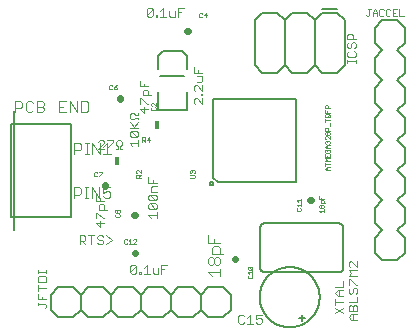
<source format=gto>
G75*
%MOIN*%
%OFA0B0*%
%FSLAX25Y25*%
%IPPOS*%
%LPD*%
%AMOC8*
5,1,8,0,0,1.08239X$1,22.5*
%
%ADD10C,0.00300*%
%ADD11C,0.00800*%
%ADD12C,0.00100*%
%ADD13C,0.00500*%
%ADD14C,0.02200*%
%ADD15R,0.01800X0.03000*%
%ADD16C,0.00200*%
%ADD17C,0.00600*%
D10*
X0016866Y0030850D02*
X0017350Y0031334D01*
X0017350Y0031817D01*
X0016866Y0032301D01*
X0014448Y0032301D01*
X0014448Y0031817D02*
X0014448Y0032785D01*
X0014448Y0033797D02*
X0014448Y0035731D01*
X0014448Y0036743D02*
X0014448Y0038678D01*
X0014448Y0037711D02*
X0017350Y0037711D01*
X0017350Y0039690D02*
X0017350Y0041141D01*
X0016866Y0041625D01*
X0014931Y0041625D01*
X0014448Y0041141D01*
X0014448Y0039690D01*
X0017350Y0039690D01*
X0017350Y0042636D02*
X0017350Y0043604D01*
X0017350Y0043120D02*
X0014448Y0043120D01*
X0014448Y0042636D02*
X0014448Y0043604D01*
X0015899Y0034764D02*
X0015899Y0033797D01*
X0017350Y0033797D02*
X0014448Y0033797D01*
X0028364Y0052250D02*
X0028364Y0055152D01*
X0029815Y0055152D01*
X0030299Y0054669D01*
X0030299Y0053701D01*
X0029815Y0053217D01*
X0028364Y0053217D01*
X0029331Y0053217D02*
X0030299Y0052250D01*
X0032278Y0052250D02*
X0032278Y0055152D01*
X0033245Y0055152D02*
X0031310Y0055152D01*
X0034257Y0054669D02*
X0034257Y0054185D01*
X0034741Y0053701D01*
X0035708Y0053701D01*
X0036192Y0053217D01*
X0036192Y0052734D01*
X0035708Y0052250D01*
X0034741Y0052250D01*
X0034257Y0052734D01*
X0034257Y0054669D02*
X0034741Y0055152D01*
X0035708Y0055152D01*
X0036192Y0054669D01*
X0037203Y0055152D02*
X0039138Y0053701D01*
X0037203Y0052250D01*
X0035199Y0057864D02*
X0035199Y0059799D01*
X0036166Y0060810D02*
X0036650Y0060810D01*
X0036166Y0060810D02*
X0034231Y0062745D01*
X0033748Y0062745D01*
X0033748Y0060810D01*
X0033748Y0059315D02*
X0035199Y0057864D01*
X0036650Y0059315D02*
X0033748Y0059315D01*
X0034715Y0063757D02*
X0034715Y0065208D01*
X0035199Y0065692D01*
X0036166Y0065692D01*
X0036650Y0065208D01*
X0036650Y0063757D01*
X0037617Y0063757D02*
X0034715Y0063757D01*
X0035199Y0066703D02*
X0035199Y0067671D01*
X0034994Y0067556D02*
X0034994Y0071259D01*
X0036209Y0071259D02*
X0036209Y0069408D01*
X0037443Y0070025D01*
X0038060Y0070025D01*
X0038677Y0069408D01*
X0038677Y0068173D01*
X0038060Y0067556D01*
X0036826Y0067556D01*
X0036209Y0068173D01*
X0034994Y0067556D02*
X0032526Y0071259D01*
X0032526Y0067556D01*
X0031305Y0067556D02*
X0030070Y0067556D01*
X0030687Y0067556D02*
X0030687Y0071259D01*
X0030070Y0071259D02*
X0031305Y0071259D01*
X0033748Y0068638D02*
X0033748Y0066703D01*
X0036650Y0066703D01*
X0036209Y0071259D02*
X0038677Y0071259D01*
X0028856Y0070642D02*
X0028856Y0069408D01*
X0028239Y0068791D01*
X0026387Y0068791D01*
X0026387Y0067556D02*
X0026387Y0071259D01*
X0028239Y0071259D01*
X0028856Y0070642D01*
X0030188Y0082265D02*
X0031423Y0082265D01*
X0030805Y0082265D02*
X0030805Y0085968D01*
X0030188Y0085968D02*
X0031423Y0085968D01*
X0032644Y0085968D02*
X0035112Y0082265D01*
X0035112Y0085968D01*
X0034650Y0086369D02*
X0035134Y0086852D01*
X0036101Y0086852D01*
X0036585Y0086369D01*
X0036585Y0085885D01*
X0034650Y0083950D01*
X0036585Y0083950D01*
X0036327Y0084734D02*
X0037561Y0085968D01*
X0037561Y0082265D01*
X0036327Y0082265D02*
X0038796Y0082265D01*
X0037597Y0083950D02*
X0037597Y0084434D01*
X0039531Y0086369D01*
X0039531Y0086852D01*
X0037597Y0086852D01*
X0040543Y0086369D02*
X0040543Y0085401D01*
X0041027Y0084917D01*
X0041027Y0083950D01*
X0040543Y0083950D01*
X0041994Y0083950D02*
X0041994Y0084917D01*
X0042478Y0085401D01*
X0042478Y0086369D01*
X0041994Y0086852D01*
X0041027Y0086852D01*
X0040543Y0086369D01*
X0041994Y0083950D02*
X0042478Y0083950D01*
X0045048Y0086017D02*
X0047950Y0086017D01*
X0047950Y0085050D02*
X0047950Y0086985D01*
X0047466Y0087997D02*
X0045531Y0089931D01*
X0047466Y0089931D01*
X0047950Y0089448D01*
X0047950Y0088480D01*
X0047466Y0087997D01*
X0045531Y0087997D01*
X0045048Y0088480D01*
X0045048Y0089448D01*
X0045531Y0089931D01*
X0045048Y0090943D02*
X0047950Y0090943D01*
X0046983Y0090943D02*
X0045048Y0092878D01*
X0045531Y0093890D02*
X0045048Y0094373D01*
X0045048Y0095341D01*
X0045531Y0095825D01*
X0046499Y0095825D01*
X0046983Y0095341D01*
X0047950Y0095341D01*
X0047950Y0095825D01*
X0047950Y0094373D02*
X0046983Y0094373D01*
X0046499Y0093890D01*
X0045531Y0093890D01*
X0047950Y0093890D02*
X0047950Y0094373D01*
X0047950Y0092878D02*
X0046499Y0091427D01*
X0049899Y0095964D02*
X0049899Y0097899D01*
X0050866Y0098910D02*
X0051350Y0098910D01*
X0050866Y0098910D02*
X0048931Y0100845D01*
X0048448Y0100845D01*
X0048448Y0098910D01*
X0048448Y0097415D02*
X0049899Y0095964D01*
X0051350Y0097415D02*
X0048448Y0097415D01*
X0049415Y0101857D02*
X0049415Y0103308D01*
X0049899Y0103792D01*
X0050866Y0103792D01*
X0051350Y0103308D01*
X0051350Y0101857D01*
X0052317Y0101857D02*
X0049415Y0101857D01*
X0049899Y0104803D02*
X0049899Y0105771D01*
X0051350Y0104803D02*
X0048448Y0104803D01*
X0048448Y0106738D01*
X0031309Y0099327D02*
X0031309Y0096859D01*
X0030692Y0096241D01*
X0028840Y0096241D01*
X0028840Y0099945D01*
X0030692Y0099945D01*
X0031309Y0099327D01*
X0027626Y0099945D02*
X0027626Y0096241D01*
X0025157Y0099945D01*
X0025157Y0096241D01*
X0023943Y0096241D02*
X0021474Y0096241D01*
X0021474Y0099945D01*
X0023943Y0099945D01*
X0022708Y0098093D02*
X0021474Y0098093D01*
X0016576Y0098710D02*
X0015959Y0098093D01*
X0014108Y0098093D01*
X0012893Y0099327D02*
X0012276Y0099945D01*
X0011042Y0099945D01*
X0010424Y0099327D01*
X0010424Y0096859D01*
X0011042Y0096241D01*
X0012276Y0096241D01*
X0012893Y0096859D01*
X0014108Y0096241D02*
X0015959Y0096241D01*
X0016576Y0096859D01*
X0016576Y0097476D01*
X0015959Y0098093D01*
X0016576Y0098710D02*
X0016576Y0099327D01*
X0015959Y0099945D01*
X0014108Y0099945D01*
X0014108Y0096241D01*
X0009210Y0098093D02*
X0008593Y0097476D01*
X0006741Y0097476D01*
X0006741Y0096241D02*
X0006741Y0099945D01*
X0008593Y0099945D01*
X0009210Y0099327D01*
X0009210Y0098093D01*
X0026505Y0085968D02*
X0026505Y0082265D01*
X0026505Y0083499D02*
X0028357Y0083499D01*
X0028974Y0084117D01*
X0028974Y0085351D01*
X0028357Y0085968D01*
X0026505Y0085968D01*
X0032644Y0085968D02*
X0032644Y0082265D01*
X0045048Y0086017D02*
X0046015Y0085050D01*
X0051248Y0074671D02*
X0051248Y0072736D01*
X0054150Y0072736D01*
X0054150Y0071725D02*
X0052699Y0071725D01*
X0052215Y0071241D01*
X0052215Y0069790D01*
X0054150Y0069790D01*
X0053666Y0068778D02*
X0054150Y0068294D01*
X0054150Y0067327D01*
X0053666Y0066843D01*
X0051731Y0068778D01*
X0053666Y0068778D01*
X0051731Y0068778D02*
X0051248Y0068294D01*
X0051248Y0067327D01*
X0051731Y0066843D01*
X0053666Y0066843D01*
X0053666Y0065831D02*
X0054150Y0065348D01*
X0054150Y0064380D01*
X0053666Y0063897D01*
X0051731Y0065831D01*
X0053666Y0065831D01*
X0051731Y0065831D02*
X0051248Y0065348D01*
X0051248Y0064380D01*
X0051731Y0063897D01*
X0053666Y0063897D01*
X0054150Y0062885D02*
X0054150Y0060950D01*
X0054150Y0061917D02*
X0051248Y0061917D01*
X0052215Y0060950D01*
X0052699Y0072736D02*
X0052699Y0073704D01*
X0071347Y0055168D02*
X0071347Y0052699D01*
X0075050Y0052699D01*
X0074433Y0051485D02*
X0073198Y0051485D01*
X0072581Y0050868D01*
X0072581Y0049016D01*
X0076284Y0049016D01*
X0075050Y0049016D02*
X0075050Y0050868D01*
X0074433Y0051485D01*
X0073198Y0052699D02*
X0073198Y0053934D01*
X0072581Y0047802D02*
X0071964Y0047802D01*
X0071347Y0047185D01*
X0071347Y0045950D01*
X0071964Y0045333D01*
X0072581Y0045333D01*
X0073198Y0045950D01*
X0073198Y0047185D01*
X0073816Y0047802D01*
X0074433Y0047802D01*
X0075050Y0047185D01*
X0075050Y0045950D01*
X0074433Y0045333D01*
X0073816Y0045333D01*
X0073198Y0045950D01*
X0073198Y0047185D02*
X0072581Y0047802D01*
X0075050Y0044119D02*
X0075050Y0041650D01*
X0075050Y0042884D02*
X0071347Y0042884D01*
X0072581Y0041650D01*
X0081794Y0028652D02*
X0081310Y0028169D01*
X0081310Y0026234D01*
X0081794Y0025750D01*
X0082762Y0025750D01*
X0083245Y0026234D01*
X0084257Y0025750D02*
X0086192Y0025750D01*
X0085224Y0025750D02*
X0085224Y0028652D01*
X0084257Y0027685D01*
X0083245Y0028169D02*
X0082762Y0028652D01*
X0081794Y0028652D01*
X0087203Y0028652D02*
X0087203Y0027201D01*
X0088171Y0027685D01*
X0088655Y0027685D01*
X0089138Y0027201D01*
X0089138Y0026234D01*
X0088655Y0025750D01*
X0087687Y0025750D01*
X0087203Y0026234D01*
X0087203Y0028652D02*
X0089138Y0028652D01*
X0113448Y0029164D02*
X0116350Y0031099D01*
X0118048Y0031322D02*
X0118531Y0031806D01*
X0119015Y0031806D01*
X0119499Y0031322D01*
X0119499Y0029871D01*
X0119499Y0028859D02*
X0119499Y0026924D01*
X0119015Y0026924D02*
X0118048Y0027892D01*
X0119015Y0028859D01*
X0120950Y0028859D01*
X0120950Y0029871D02*
X0120950Y0031322D01*
X0120466Y0031806D01*
X0119983Y0031806D01*
X0119499Y0031322D01*
X0118048Y0031322D02*
X0118048Y0029871D01*
X0120950Y0029871D01*
X0120950Y0032817D02*
X0118048Y0032817D01*
X0116350Y0033078D02*
X0113448Y0033078D01*
X0113448Y0034045D02*
X0113448Y0032110D01*
X0113448Y0031099D02*
X0116350Y0029164D01*
X0119015Y0026924D02*
X0120950Y0026924D01*
X0120950Y0032817D02*
X0120950Y0034752D01*
X0120466Y0035764D02*
X0120950Y0036248D01*
X0120950Y0037215D01*
X0120466Y0037699D01*
X0119983Y0037699D01*
X0119499Y0037215D01*
X0119499Y0036248D01*
X0119015Y0035764D01*
X0118531Y0035764D01*
X0118048Y0036248D01*
X0118048Y0037215D01*
X0118531Y0037699D01*
X0118048Y0038710D02*
X0118048Y0040645D01*
X0118531Y0040645D01*
X0120466Y0038710D01*
X0120950Y0038710D01*
X0120950Y0041657D02*
X0118048Y0041657D01*
X0119015Y0042624D01*
X0118048Y0043592D01*
X0120950Y0043592D01*
X0120950Y0044603D02*
X0119015Y0046538D01*
X0118531Y0046538D01*
X0118048Y0046055D01*
X0118048Y0045087D01*
X0118531Y0044603D01*
X0120950Y0044603D02*
X0120950Y0046538D01*
X0116350Y0039938D02*
X0116350Y0038003D01*
X0113448Y0038003D01*
X0114415Y0036992D02*
X0113448Y0036024D01*
X0114415Y0035057D01*
X0116350Y0035057D01*
X0114899Y0035057D02*
X0114899Y0036992D01*
X0114415Y0036992D02*
X0116350Y0036992D01*
X0057598Y0045352D02*
X0055663Y0045352D01*
X0055663Y0042450D01*
X0054651Y0042450D02*
X0054651Y0044385D01*
X0055663Y0043901D02*
X0056630Y0043901D01*
X0054651Y0042450D02*
X0053200Y0042450D01*
X0052716Y0042934D01*
X0052716Y0044385D01*
X0051705Y0042450D02*
X0049770Y0042450D01*
X0050737Y0042450D02*
X0050737Y0045352D01*
X0049770Y0044385D01*
X0048780Y0042934D02*
X0048780Y0042450D01*
X0048297Y0042450D01*
X0048297Y0042934D01*
X0048780Y0042934D01*
X0047285Y0042934D02*
X0046801Y0042450D01*
X0045834Y0042450D01*
X0045350Y0042934D01*
X0047285Y0044869D01*
X0047285Y0042934D01*
X0045350Y0042934D02*
X0045350Y0044869D01*
X0045834Y0045352D01*
X0046801Y0045352D01*
X0047285Y0044869D01*
X0066875Y0098884D02*
X0066392Y0099368D01*
X0066392Y0100336D01*
X0066875Y0100819D01*
X0067359Y0100819D01*
X0069294Y0098884D01*
X0069294Y0100819D01*
X0069294Y0101831D02*
X0068810Y0101831D01*
X0068810Y0102315D01*
X0069294Y0102315D01*
X0069294Y0101831D01*
X0069294Y0103304D02*
X0067359Y0105239D01*
X0066875Y0105239D01*
X0066392Y0104755D01*
X0066392Y0103788D01*
X0066875Y0103304D01*
X0069294Y0103304D02*
X0069294Y0105239D01*
X0068810Y0106251D02*
X0069294Y0106734D01*
X0069294Y0108186D01*
X0067359Y0108186D01*
X0067843Y0109197D02*
X0067843Y0110165D01*
X0066392Y0111132D02*
X0066392Y0109197D01*
X0069294Y0109197D01*
X0068810Y0106251D02*
X0067359Y0106251D01*
X0061103Y0128050D02*
X0061103Y0130952D01*
X0063038Y0130952D01*
X0062071Y0129501D02*
X0061103Y0129501D01*
X0060092Y0129985D02*
X0060092Y0128050D01*
X0058641Y0128050D01*
X0058157Y0128534D01*
X0058157Y0129985D01*
X0057145Y0128050D02*
X0055210Y0128050D01*
X0056178Y0128050D02*
X0056178Y0130952D01*
X0055210Y0129985D01*
X0054221Y0128534D02*
X0053737Y0128534D01*
X0053737Y0128050D01*
X0054221Y0128050D01*
X0054221Y0128534D01*
X0052726Y0128534D02*
X0052726Y0130469D01*
X0050791Y0128534D01*
X0051274Y0128050D01*
X0052242Y0128050D01*
X0052726Y0128534D01*
X0052726Y0130469D02*
X0052242Y0130952D01*
X0051274Y0130952D01*
X0050791Y0130469D01*
X0050791Y0128534D01*
X0117548Y0121955D02*
X0117548Y0120503D01*
X0120450Y0120503D01*
X0119483Y0120503D02*
X0119483Y0121955D01*
X0118999Y0122438D01*
X0118031Y0122438D01*
X0117548Y0121955D01*
X0118031Y0119492D02*
X0117548Y0119008D01*
X0117548Y0118041D01*
X0118031Y0117557D01*
X0118515Y0117557D01*
X0118999Y0118041D01*
X0118999Y0119008D01*
X0119483Y0119492D01*
X0119966Y0119492D01*
X0120450Y0119008D01*
X0120450Y0118041D01*
X0119966Y0117557D01*
X0119966Y0116545D02*
X0120450Y0116062D01*
X0120450Y0115094D01*
X0119966Y0114610D01*
X0118031Y0114610D01*
X0117548Y0115094D01*
X0117548Y0116062D01*
X0118031Y0116545D01*
X0117548Y0113614D02*
X0117548Y0112646D01*
X0117548Y0113130D02*
X0120450Y0113130D01*
X0120450Y0112646D02*
X0120450Y0113614D01*
D11*
X0021300Y0027800D02*
X0018800Y0030300D01*
X0018800Y0035300D01*
X0021300Y0037800D01*
X0026300Y0037800D01*
X0028800Y0035300D01*
X0028800Y0030300D01*
X0026300Y0027800D01*
X0021300Y0027800D01*
X0028800Y0030300D02*
X0031300Y0027800D01*
X0036300Y0027800D01*
X0038800Y0030300D01*
X0038800Y0035300D01*
X0041300Y0037800D01*
X0046300Y0037800D01*
X0048800Y0035300D01*
X0048800Y0030300D01*
X0046300Y0027800D01*
X0041300Y0027800D01*
X0038800Y0030300D01*
X0038800Y0035300D02*
X0036300Y0037800D01*
X0031300Y0037800D01*
X0028800Y0035300D01*
X0048800Y0035300D02*
X0051300Y0037800D01*
X0056300Y0037800D01*
X0058800Y0035300D01*
X0058800Y0030300D01*
X0056300Y0027800D01*
X0051300Y0027800D01*
X0048800Y0030300D01*
X0058800Y0030300D02*
X0061300Y0027800D01*
X0066300Y0027800D01*
X0068800Y0030300D01*
X0068800Y0035300D01*
X0071300Y0037800D01*
X0076300Y0037800D01*
X0078800Y0035300D01*
X0078800Y0030300D01*
X0076300Y0027800D01*
X0071300Y0027800D01*
X0068800Y0030300D01*
X0068800Y0035300D02*
X0066300Y0037800D01*
X0061300Y0037800D01*
X0058800Y0035300D01*
X0071700Y0072400D02*
X0071702Y0072449D01*
X0071708Y0072497D01*
X0071718Y0072545D01*
X0071732Y0072592D01*
X0071749Y0072638D01*
X0071770Y0072682D01*
X0071795Y0072724D01*
X0071823Y0072764D01*
X0071855Y0072802D01*
X0071889Y0072837D01*
X0071926Y0072869D01*
X0071965Y0072898D01*
X0072007Y0072924D01*
X0072051Y0072946D01*
X0072096Y0072964D01*
X0072143Y0072979D01*
X0072190Y0072990D01*
X0072239Y0072997D01*
X0072288Y0073000D01*
X0072337Y0072999D01*
X0072385Y0072994D01*
X0072434Y0072985D01*
X0072481Y0072972D01*
X0072527Y0072955D01*
X0072571Y0072935D01*
X0072614Y0072911D01*
X0072655Y0072884D01*
X0072693Y0072853D01*
X0072729Y0072820D01*
X0072761Y0072784D01*
X0072791Y0072745D01*
X0072818Y0072704D01*
X0072841Y0072660D01*
X0072860Y0072615D01*
X0072876Y0072569D01*
X0072888Y0072522D01*
X0072896Y0072473D01*
X0072900Y0072424D01*
X0072900Y0072376D01*
X0072896Y0072327D01*
X0072888Y0072278D01*
X0072876Y0072231D01*
X0072860Y0072185D01*
X0072841Y0072140D01*
X0072818Y0072096D01*
X0072791Y0072055D01*
X0072761Y0072016D01*
X0072729Y0071980D01*
X0072693Y0071947D01*
X0072655Y0071916D01*
X0072614Y0071889D01*
X0072571Y0071865D01*
X0072527Y0071845D01*
X0072481Y0071828D01*
X0072434Y0071815D01*
X0072385Y0071806D01*
X0072337Y0071801D01*
X0072288Y0071800D01*
X0072239Y0071803D01*
X0072190Y0071810D01*
X0072143Y0071821D01*
X0072096Y0071836D01*
X0072051Y0071854D01*
X0072007Y0071876D01*
X0071965Y0071902D01*
X0071926Y0071931D01*
X0071889Y0071963D01*
X0071855Y0071998D01*
X0071823Y0072036D01*
X0071795Y0072076D01*
X0071770Y0072118D01*
X0071749Y0072162D01*
X0071732Y0072208D01*
X0071718Y0072255D01*
X0071708Y0072303D01*
X0071702Y0072351D01*
X0071700Y0072400D01*
X0073001Y0074398D02*
X0074398Y0073001D01*
X0100599Y0073001D01*
X0100599Y0100599D01*
X0073001Y0100599D01*
X0073001Y0074398D01*
X0064024Y0096957D02*
X0054576Y0096957D01*
X0054576Y0102863D01*
X0054576Y0110737D02*
X0054576Y0115068D01*
X0056150Y0116643D01*
X0062450Y0116643D01*
X0064024Y0115068D01*
X0064024Y0110737D01*
X0064024Y0102863D02*
X0064024Y0096957D01*
X0086800Y0111800D02*
X0086800Y0126800D01*
X0089300Y0129300D01*
X0094300Y0129300D01*
X0096800Y0126800D01*
X0096800Y0111800D01*
X0094300Y0109300D01*
X0089300Y0109300D01*
X0086800Y0111800D01*
X0096800Y0111800D02*
X0099300Y0109300D01*
X0104300Y0109300D01*
X0106800Y0111800D01*
X0106800Y0126800D01*
X0104300Y0129300D01*
X0099300Y0129300D01*
X0096800Y0126800D01*
X0106800Y0126800D02*
X0109300Y0129300D01*
X0114300Y0129300D01*
X0116800Y0126800D01*
X0116800Y0111800D01*
X0114300Y0109300D01*
X0109300Y0109300D01*
X0106800Y0111800D01*
X0109300Y0130619D02*
X0114300Y0130619D01*
X0126800Y0124300D02*
X0126800Y0119300D01*
X0129300Y0116800D01*
X0126800Y0114300D01*
X0126800Y0109300D01*
X0129300Y0106800D01*
X0126800Y0104300D01*
X0126800Y0099300D01*
X0129300Y0096800D01*
X0126800Y0094300D01*
X0126800Y0089300D01*
X0129300Y0086800D01*
X0126800Y0084300D01*
X0126800Y0079300D01*
X0129300Y0076800D01*
X0126800Y0074300D01*
X0126800Y0069300D01*
X0129300Y0066800D01*
X0126800Y0064300D01*
X0126800Y0059300D01*
X0129300Y0056800D01*
X0126800Y0054300D01*
X0126800Y0049300D01*
X0129300Y0046800D01*
X0134300Y0046800D01*
X0136800Y0049300D01*
X0136800Y0054300D01*
X0134300Y0056800D01*
X0136800Y0059300D01*
X0136800Y0064300D01*
X0134300Y0066800D01*
X0136800Y0069300D01*
X0136800Y0074300D01*
X0134300Y0076800D01*
X0136800Y0079300D01*
X0136800Y0084300D01*
X0134300Y0086800D01*
X0136800Y0089300D01*
X0136800Y0094300D01*
X0134300Y0096800D01*
X0136800Y0099300D01*
X0136800Y0104300D01*
X0134300Y0106800D01*
X0136800Y0109300D01*
X0136800Y0114300D01*
X0134300Y0116800D01*
X0136800Y0119300D01*
X0136800Y0124300D01*
X0134300Y0126800D01*
X0129300Y0126800D01*
X0126800Y0124300D01*
D12*
X0110999Y0098476D02*
X0110499Y0098476D01*
X0110249Y0098226D01*
X0110249Y0097476D01*
X0111750Y0097476D01*
X0111250Y0097476D02*
X0111250Y0098226D01*
X0110999Y0098476D01*
X0110249Y0097003D02*
X0110249Y0096002D01*
X0111750Y0096002D01*
X0111750Y0095530D02*
X0111250Y0095029D01*
X0111750Y0094779D02*
X0111500Y0094529D01*
X0110499Y0094529D01*
X0110249Y0094779D01*
X0110249Y0095280D01*
X0110499Y0095530D01*
X0111500Y0095530D01*
X0111750Y0095280D01*
X0111750Y0094779D01*
X0111750Y0093556D02*
X0110249Y0093556D01*
X0110249Y0093056D02*
X0110249Y0094057D01*
X0110999Y0096002D02*
X0110999Y0096503D01*
X0112000Y0092583D02*
X0112000Y0091583D01*
X0111250Y0090860D02*
X0111250Y0090109D01*
X0111250Y0089637D02*
X0111500Y0089637D01*
X0111750Y0089387D01*
X0111750Y0088886D01*
X0111500Y0088636D01*
X0111250Y0088636D01*
X0110999Y0088886D01*
X0110999Y0089387D01*
X0111250Y0089637D01*
X0110999Y0089387D02*
X0110749Y0089637D01*
X0110499Y0089637D01*
X0110249Y0089387D01*
X0110249Y0088886D01*
X0110499Y0088636D01*
X0110749Y0088636D01*
X0110999Y0088886D01*
X0110749Y0088164D02*
X0110499Y0088164D01*
X0110249Y0087913D01*
X0110249Y0087413D01*
X0110499Y0087163D01*
X0110499Y0086690D02*
X0110749Y0086690D01*
X0110999Y0086440D01*
X0111250Y0086690D01*
X0111500Y0086690D01*
X0111750Y0086440D01*
X0111750Y0085940D01*
X0111500Y0085690D01*
X0111750Y0085217D02*
X0110749Y0085217D01*
X0110249Y0084717D01*
X0110749Y0084216D01*
X0111750Y0084216D01*
X0111500Y0083744D02*
X0110999Y0083744D01*
X0110999Y0083243D01*
X0110499Y0082743D02*
X0111500Y0082743D01*
X0111750Y0082993D01*
X0111750Y0083494D01*
X0111500Y0083744D01*
X0110999Y0084216D02*
X0110999Y0085217D01*
X0110499Y0085690D02*
X0110249Y0085940D01*
X0110249Y0086440D01*
X0110499Y0086690D01*
X0110999Y0086440D02*
X0110999Y0086190D01*
X0111750Y0087163D02*
X0110749Y0088164D01*
X0111750Y0088164D02*
X0111750Y0087163D01*
X0111750Y0090109D02*
X0110249Y0090109D01*
X0110249Y0090860D01*
X0110499Y0091110D01*
X0110999Y0091110D01*
X0111250Y0090860D01*
X0110499Y0083744D02*
X0110249Y0083494D01*
X0110249Y0082993D01*
X0110499Y0082743D01*
X0110249Y0082271D02*
X0110249Y0081270D01*
X0111750Y0081270D01*
X0111750Y0082271D01*
X0110999Y0081770D02*
X0110999Y0081270D01*
X0110249Y0080797D02*
X0111750Y0080797D01*
X0111750Y0079797D02*
X0110249Y0079797D01*
X0110749Y0080297D01*
X0110249Y0080797D01*
X0110249Y0079324D02*
X0110249Y0078323D01*
X0110249Y0078824D02*
X0111750Y0078824D01*
X0111750Y0077851D02*
X0110749Y0077851D01*
X0110249Y0077350D01*
X0110749Y0076850D01*
X0111750Y0076850D01*
X0110999Y0076850D02*
X0110999Y0077851D01*
X0108249Y0068271D02*
X0108249Y0067270D01*
X0109750Y0067270D01*
X0109500Y0066797D02*
X0108999Y0066797D01*
X0108749Y0066547D01*
X0108749Y0065797D01*
X0110250Y0065797D01*
X0109750Y0065797D02*
X0109750Y0066547D01*
X0109500Y0066797D01*
X0108999Y0067270D02*
X0108999Y0067770D01*
X0108749Y0065324D02*
X0108999Y0065074D01*
X0108999Y0064573D01*
X0108749Y0064323D01*
X0108499Y0064323D01*
X0108249Y0064573D01*
X0108249Y0065074D01*
X0108499Y0065324D01*
X0108749Y0065324D01*
X0108999Y0065074D02*
X0109250Y0065324D01*
X0109500Y0065324D01*
X0109750Y0065074D01*
X0109750Y0064573D01*
X0109500Y0064323D01*
X0109250Y0064323D01*
X0108999Y0064573D01*
X0109750Y0063851D02*
X0109750Y0062850D01*
X0109750Y0063350D02*
X0108249Y0063350D01*
X0108749Y0062850D01*
X0102250Y0063600D02*
X0102250Y0064101D01*
X0102000Y0064351D01*
X0102250Y0064823D02*
X0102250Y0065824D01*
X0102250Y0066297D02*
X0102250Y0067297D01*
X0102250Y0066797D02*
X0100749Y0066797D01*
X0101249Y0066297D01*
X0100749Y0065324D02*
X0102250Y0065324D01*
X0101249Y0064823D02*
X0100749Y0065324D01*
X0100999Y0064351D02*
X0100749Y0064101D01*
X0100749Y0063600D01*
X0100999Y0063350D01*
X0102000Y0063350D01*
X0102250Y0063600D01*
X0085700Y0044778D02*
X0085950Y0044527D01*
X0085950Y0044027D01*
X0085700Y0043777D01*
X0084699Y0044778D01*
X0085700Y0044778D01*
X0084699Y0044778D02*
X0084449Y0044527D01*
X0084449Y0044027D01*
X0084699Y0043777D01*
X0085700Y0043777D01*
X0085950Y0043304D02*
X0085950Y0042303D01*
X0085950Y0042804D02*
X0084449Y0042804D01*
X0084949Y0042303D01*
X0084699Y0041831D02*
X0084449Y0041581D01*
X0084449Y0041080D01*
X0084699Y0040830D01*
X0085700Y0040830D01*
X0085950Y0041080D01*
X0085950Y0041581D01*
X0085700Y0041831D01*
X0066500Y0074350D02*
X0065249Y0074350D01*
X0065249Y0075351D02*
X0066500Y0075351D01*
X0066750Y0075101D01*
X0066750Y0074600D01*
X0066500Y0074350D01*
X0066500Y0075823D02*
X0066750Y0076073D01*
X0066750Y0076574D01*
X0066500Y0076824D01*
X0066250Y0076824D01*
X0065999Y0076574D01*
X0065999Y0076324D01*
X0065999Y0076574D02*
X0065749Y0076824D01*
X0065499Y0076824D01*
X0065249Y0076574D01*
X0065249Y0076073D01*
X0065499Y0075823D01*
X0051527Y0086350D02*
X0051527Y0087851D01*
X0050777Y0087101D01*
X0051778Y0087101D01*
X0050304Y0087101D02*
X0050054Y0086850D01*
X0049303Y0086850D01*
X0049303Y0086350D02*
X0049303Y0087851D01*
X0050054Y0087851D01*
X0050304Y0087601D01*
X0050304Y0087101D01*
X0049804Y0086850D02*
X0050304Y0086350D01*
X0048750Y0076878D02*
X0048750Y0075877D01*
X0047749Y0076878D01*
X0047499Y0076878D01*
X0047249Y0076627D01*
X0047249Y0076127D01*
X0047499Y0075877D01*
X0047499Y0075404D02*
X0047999Y0075404D01*
X0048250Y0075154D01*
X0048250Y0074403D01*
X0048750Y0074403D02*
X0047249Y0074403D01*
X0047249Y0075154D01*
X0047499Y0075404D01*
X0048250Y0074904D02*
X0048750Y0075404D01*
X0035824Y0076101D02*
X0034823Y0075100D01*
X0034823Y0074850D01*
X0034351Y0075100D02*
X0034101Y0074850D01*
X0033600Y0074850D01*
X0033350Y0075100D01*
X0033350Y0076101D01*
X0033600Y0076351D01*
X0034101Y0076351D01*
X0034351Y0076101D01*
X0034823Y0076351D02*
X0035824Y0076351D01*
X0035824Y0076101D01*
X0040499Y0063724D02*
X0040749Y0063724D01*
X0040999Y0063474D01*
X0040999Y0062973D01*
X0040749Y0062723D01*
X0040499Y0062723D01*
X0040249Y0062973D01*
X0040249Y0063474D01*
X0040499Y0063724D01*
X0040999Y0063474D02*
X0041250Y0063724D01*
X0041500Y0063724D01*
X0041750Y0063474D01*
X0041750Y0062973D01*
X0041500Y0062723D01*
X0041250Y0062723D01*
X0040999Y0062973D01*
X0040499Y0062251D02*
X0040249Y0062001D01*
X0040249Y0061500D01*
X0040499Y0061250D01*
X0041500Y0061250D01*
X0041750Y0061500D01*
X0041750Y0062001D01*
X0041500Y0062251D01*
X0043600Y0053851D02*
X0043350Y0053601D01*
X0043350Y0052600D01*
X0043600Y0052350D01*
X0044101Y0052350D01*
X0044351Y0052600D01*
X0044823Y0052350D02*
X0045824Y0052350D01*
X0046297Y0052350D02*
X0047297Y0053351D01*
X0047297Y0053601D01*
X0047047Y0053851D01*
X0046547Y0053851D01*
X0046297Y0053601D01*
X0045324Y0053851D02*
X0045324Y0052350D01*
X0046297Y0052350D02*
X0047297Y0052350D01*
X0045324Y0053851D02*
X0044823Y0053351D01*
X0044351Y0053601D02*
X0044101Y0053851D01*
X0043600Y0053851D01*
X0052562Y0096850D02*
X0053563Y0096850D01*
X0053813Y0097100D01*
X0053813Y0097601D01*
X0053563Y0097851D01*
X0053813Y0098323D02*
X0052812Y0099324D01*
X0052562Y0099324D01*
X0052312Y0099074D01*
X0052312Y0098573D01*
X0052562Y0098323D01*
X0052562Y0097851D02*
X0052312Y0097601D01*
X0052312Y0097100D01*
X0052562Y0096850D01*
X0053813Y0098323D02*
X0053813Y0099324D01*
X0040824Y0104100D02*
X0040574Y0103850D01*
X0040073Y0103850D01*
X0039823Y0104100D01*
X0039823Y0104601D01*
X0040574Y0104601D01*
X0040824Y0104350D01*
X0040824Y0104100D01*
X0040324Y0105101D02*
X0039823Y0104601D01*
X0039351Y0105101D02*
X0039101Y0105351D01*
X0038600Y0105351D01*
X0038350Y0105101D01*
X0038350Y0104100D01*
X0038600Y0103850D01*
X0039101Y0103850D01*
X0039351Y0104100D01*
X0040324Y0105101D02*
X0040824Y0105351D01*
X0068350Y0128100D02*
X0068600Y0127850D01*
X0069101Y0127850D01*
X0069351Y0128100D01*
X0069823Y0128601D02*
X0070824Y0128601D01*
X0070574Y0129351D02*
X0069823Y0128601D01*
X0069351Y0129101D02*
X0069101Y0129351D01*
X0068600Y0129351D01*
X0068350Y0129101D01*
X0068350Y0128100D01*
X0070574Y0127850D02*
X0070574Y0129351D01*
D13*
X0063300Y0108300D02*
X0055300Y0108300D01*
X0025489Y0092272D02*
X0005410Y0092272D01*
X0005410Y0061328D01*
X0025489Y0061328D01*
X0025489Y0092272D01*
X0006591Y0096485D02*
X0006591Y0057115D01*
X0088620Y0057921D02*
X0088620Y0044279D01*
X0088622Y0044211D01*
X0088627Y0044144D01*
X0088636Y0044077D01*
X0088649Y0044010D01*
X0088666Y0043945D01*
X0088685Y0043880D01*
X0088709Y0043816D01*
X0088736Y0043754D01*
X0088766Y0043693D01*
X0088799Y0043635D01*
X0088835Y0043578D01*
X0088875Y0043523D01*
X0088917Y0043470D01*
X0088963Y0043419D01*
X0089010Y0043372D01*
X0089061Y0043326D01*
X0089114Y0043284D01*
X0089169Y0043244D01*
X0089226Y0043208D01*
X0089284Y0043175D01*
X0089345Y0043145D01*
X0089407Y0043118D01*
X0089471Y0043094D01*
X0089536Y0043075D01*
X0089601Y0043058D01*
X0089668Y0043045D01*
X0089735Y0043036D01*
X0089802Y0043031D01*
X0089870Y0043029D01*
X0114930Y0043029D01*
X0114998Y0043031D01*
X0115065Y0043036D01*
X0115132Y0043045D01*
X0115199Y0043058D01*
X0115264Y0043075D01*
X0115329Y0043094D01*
X0115393Y0043118D01*
X0115455Y0043145D01*
X0115516Y0043175D01*
X0115574Y0043208D01*
X0115631Y0043244D01*
X0115686Y0043284D01*
X0115739Y0043326D01*
X0115790Y0043372D01*
X0115837Y0043419D01*
X0115883Y0043470D01*
X0115925Y0043523D01*
X0115965Y0043578D01*
X0116001Y0043635D01*
X0116034Y0043693D01*
X0116064Y0043754D01*
X0116091Y0043816D01*
X0116115Y0043880D01*
X0116134Y0043945D01*
X0116151Y0044010D01*
X0116164Y0044077D01*
X0116173Y0044144D01*
X0116178Y0044211D01*
X0116180Y0044279D01*
X0116180Y0057921D01*
X0116178Y0057989D01*
X0116173Y0058056D01*
X0116164Y0058123D01*
X0116151Y0058190D01*
X0116134Y0058255D01*
X0116115Y0058320D01*
X0116091Y0058384D01*
X0116064Y0058446D01*
X0116034Y0058507D01*
X0116001Y0058565D01*
X0115965Y0058622D01*
X0115925Y0058677D01*
X0115883Y0058730D01*
X0115837Y0058781D01*
X0115790Y0058828D01*
X0115739Y0058874D01*
X0115686Y0058916D01*
X0115631Y0058956D01*
X0115574Y0058992D01*
X0115516Y0059025D01*
X0115455Y0059055D01*
X0115393Y0059082D01*
X0115329Y0059106D01*
X0115264Y0059125D01*
X0115199Y0059142D01*
X0115132Y0059155D01*
X0115065Y0059164D01*
X0114998Y0059169D01*
X0114930Y0059171D01*
X0089870Y0059171D01*
X0089802Y0059169D01*
X0089735Y0059164D01*
X0089668Y0059155D01*
X0089601Y0059142D01*
X0089536Y0059125D01*
X0089471Y0059106D01*
X0089407Y0059082D01*
X0089345Y0059055D01*
X0089284Y0059025D01*
X0089226Y0058992D01*
X0089169Y0058956D01*
X0089114Y0058916D01*
X0089061Y0058874D01*
X0089010Y0058828D01*
X0088963Y0058781D01*
X0088917Y0058730D01*
X0088875Y0058677D01*
X0088835Y0058622D01*
X0088799Y0058565D01*
X0088766Y0058507D01*
X0088736Y0058446D01*
X0088709Y0058384D01*
X0088685Y0058320D01*
X0088666Y0058255D01*
X0088649Y0058190D01*
X0088636Y0058123D01*
X0088627Y0058056D01*
X0088622Y0057989D01*
X0088620Y0057921D01*
D14*
X0080320Y0047300D02*
X0080080Y0047300D01*
X0105180Y0066800D02*
X0105420Y0066800D01*
X0046920Y0061800D02*
X0046680Y0061800D01*
X0036800Y0071680D02*
X0036800Y0071920D01*
X0046800Y0049420D02*
X0046800Y0049180D01*
X0041800Y0100680D02*
X0041800Y0100920D01*
X0064180Y0123200D02*
X0064420Y0123200D01*
D15*
X0054300Y0091800D03*
X0040900Y0079900D03*
D16*
X0123900Y0128667D02*
X0124267Y0128300D01*
X0124634Y0128300D01*
X0125001Y0128667D01*
X0125001Y0130502D01*
X0124634Y0130502D02*
X0125368Y0130502D01*
X0126110Y0129768D02*
X0126110Y0128300D01*
X0126110Y0129401D02*
X0127578Y0129401D01*
X0127578Y0129768D02*
X0127578Y0128300D01*
X0128320Y0128667D02*
X0128687Y0128300D01*
X0129421Y0128300D01*
X0129788Y0128667D01*
X0130530Y0128667D02*
X0130897Y0128300D01*
X0131631Y0128300D01*
X0131998Y0128667D01*
X0132740Y0128300D02*
X0132740Y0130502D01*
X0134207Y0130502D01*
X0134949Y0130502D02*
X0134949Y0128300D01*
X0136417Y0128300D01*
X0134207Y0128300D02*
X0132740Y0128300D01*
X0132740Y0129401D02*
X0133473Y0129401D01*
X0131998Y0130135D02*
X0131631Y0130502D01*
X0130897Y0130502D01*
X0130530Y0130135D01*
X0130530Y0128667D01*
X0129788Y0130135D02*
X0129421Y0130502D01*
X0128687Y0130502D01*
X0128320Y0130135D01*
X0128320Y0128667D01*
X0127578Y0129768D02*
X0126844Y0130502D01*
X0126110Y0129768D01*
D17*
X0088400Y0034600D02*
X0088403Y0034845D01*
X0088412Y0035091D01*
X0088427Y0035336D01*
X0088448Y0035580D01*
X0088475Y0035824D01*
X0088508Y0036067D01*
X0088547Y0036310D01*
X0088592Y0036551D01*
X0088643Y0036791D01*
X0088700Y0037030D01*
X0088762Y0037267D01*
X0088831Y0037503D01*
X0088905Y0037737D01*
X0088985Y0037969D01*
X0089070Y0038199D01*
X0089161Y0038427D01*
X0089258Y0038652D01*
X0089360Y0038876D01*
X0089468Y0039096D01*
X0089581Y0039314D01*
X0089699Y0039529D01*
X0089823Y0039741D01*
X0089951Y0039950D01*
X0090085Y0040156D01*
X0090224Y0040358D01*
X0090368Y0040557D01*
X0090517Y0040752D01*
X0090670Y0040944D01*
X0090828Y0041132D01*
X0090990Y0041316D01*
X0091158Y0041495D01*
X0091329Y0041671D01*
X0091505Y0041842D01*
X0091684Y0042010D01*
X0091868Y0042172D01*
X0092056Y0042330D01*
X0092248Y0042483D01*
X0092443Y0042632D01*
X0092642Y0042776D01*
X0092844Y0042915D01*
X0093050Y0043049D01*
X0093259Y0043177D01*
X0093471Y0043301D01*
X0093686Y0043419D01*
X0093904Y0043532D01*
X0094124Y0043640D01*
X0094348Y0043742D01*
X0094573Y0043839D01*
X0094801Y0043930D01*
X0095031Y0044015D01*
X0095263Y0044095D01*
X0095497Y0044169D01*
X0095733Y0044238D01*
X0095970Y0044300D01*
X0096209Y0044357D01*
X0096449Y0044408D01*
X0096690Y0044453D01*
X0096933Y0044492D01*
X0097176Y0044525D01*
X0097420Y0044552D01*
X0097664Y0044573D01*
X0097909Y0044588D01*
X0098155Y0044597D01*
X0098400Y0044600D01*
X0098645Y0044597D01*
X0098891Y0044588D01*
X0099136Y0044573D01*
X0099380Y0044552D01*
X0099624Y0044525D01*
X0099867Y0044492D01*
X0100110Y0044453D01*
X0100351Y0044408D01*
X0100591Y0044357D01*
X0100830Y0044300D01*
X0101067Y0044238D01*
X0101303Y0044169D01*
X0101537Y0044095D01*
X0101769Y0044015D01*
X0101999Y0043930D01*
X0102227Y0043839D01*
X0102452Y0043742D01*
X0102676Y0043640D01*
X0102896Y0043532D01*
X0103114Y0043419D01*
X0103329Y0043301D01*
X0103541Y0043177D01*
X0103750Y0043049D01*
X0103956Y0042915D01*
X0104158Y0042776D01*
X0104357Y0042632D01*
X0104552Y0042483D01*
X0104744Y0042330D01*
X0104932Y0042172D01*
X0105116Y0042010D01*
X0105295Y0041842D01*
X0105471Y0041671D01*
X0105642Y0041495D01*
X0105810Y0041316D01*
X0105972Y0041132D01*
X0106130Y0040944D01*
X0106283Y0040752D01*
X0106432Y0040557D01*
X0106576Y0040358D01*
X0106715Y0040156D01*
X0106849Y0039950D01*
X0106977Y0039741D01*
X0107101Y0039529D01*
X0107219Y0039314D01*
X0107332Y0039096D01*
X0107440Y0038876D01*
X0107542Y0038652D01*
X0107639Y0038427D01*
X0107730Y0038199D01*
X0107815Y0037969D01*
X0107895Y0037737D01*
X0107969Y0037503D01*
X0108038Y0037267D01*
X0108100Y0037030D01*
X0108157Y0036791D01*
X0108208Y0036551D01*
X0108253Y0036310D01*
X0108292Y0036067D01*
X0108325Y0035824D01*
X0108352Y0035580D01*
X0108373Y0035336D01*
X0108388Y0035091D01*
X0108397Y0034845D01*
X0108400Y0034600D01*
X0108397Y0034355D01*
X0108388Y0034109D01*
X0108373Y0033864D01*
X0108352Y0033620D01*
X0108325Y0033376D01*
X0108292Y0033133D01*
X0108253Y0032890D01*
X0108208Y0032649D01*
X0108157Y0032409D01*
X0108100Y0032170D01*
X0108038Y0031933D01*
X0107969Y0031697D01*
X0107895Y0031463D01*
X0107815Y0031231D01*
X0107730Y0031001D01*
X0107639Y0030773D01*
X0107542Y0030548D01*
X0107440Y0030324D01*
X0107332Y0030104D01*
X0107219Y0029886D01*
X0107101Y0029671D01*
X0106977Y0029459D01*
X0106849Y0029250D01*
X0106715Y0029044D01*
X0106576Y0028842D01*
X0106432Y0028643D01*
X0106283Y0028448D01*
X0106130Y0028256D01*
X0105972Y0028068D01*
X0105810Y0027884D01*
X0105642Y0027705D01*
X0105471Y0027529D01*
X0105295Y0027358D01*
X0105116Y0027190D01*
X0104932Y0027028D01*
X0104744Y0026870D01*
X0104552Y0026717D01*
X0104357Y0026568D01*
X0104158Y0026424D01*
X0103956Y0026285D01*
X0103750Y0026151D01*
X0103541Y0026023D01*
X0103329Y0025899D01*
X0103114Y0025781D01*
X0102896Y0025668D01*
X0102676Y0025560D01*
X0102452Y0025458D01*
X0102227Y0025361D01*
X0101999Y0025270D01*
X0101769Y0025185D01*
X0101537Y0025105D01*
X0101303Y0025031D01*
X0101067Y0024962D01*
X0100830Y0024900D01*
X0100591Y0024843D01*
X0100351Y0024792D01*
X0100110Y0024747D01*
X0099867Y0024708D01*
X0099624Y0024675D01*
X0099380Y0024648D01*
X0099136Y0024627D01*
X0098891Y0024612D01*
X0098645Y0024603D01*
X0098400Y0024600D01*
X0098155Y0024603D01*
X0097909Y0024612D01*
X0097664Y0024627D01*
X0097420Y0024648D01*
X0097176Y0024675D01*
X0096933Y0024708D01*
X0096690Y0024747D01*
X0096449Y0024792D01*
X0096209Y0024843D01*
X0095970Y0024900D01*
X0095733Y0024962D01*
X0095497Y0025031D01*
X0095263Y0025105D01*
X0095031Y0025185D01*
X0094801Y0025270D01*
X0094573Y0025361D01*
X0094348Y0025458D01*
X0094124Y0025560D01*
X0093904Y0025668D01*
X0093686Y0025781D01*
X0093471Y0025899D01*
X0093259Y0026023D01*
X0093050Y0026151D01*
X0092844Y0026285D01*
X0092642Y0026424D01*
X0092443Y0026568D01*
X0092248Y0026717D01*
X0092056Y0026870D01*
X0091868Y0027028D01*
X0091684Y0027190D01*
X0091505Y0027358D01*
X0091329Y0027529D01*
X0091158Y0027705D01*
X0090990Y0027884D01*
X0090828Y0028068D01*
X0090670Y0028256D01*
X0090517Y0028448D01*
X0090368Y0028643D01*
X0090224Y0028842D01*
X0090085Y0029044D01*
X0089951Y0029250D01*
X0089823Y0029459D01*
X0089699Y0029671D01*
X0089581Y0029886D01*
X0089468Y0030104D01*
X0089360Y0030324D01*
X0089258Y0030548D01*
X0089161Y0030773D01*
X0089070Y0031001D01*
X0088985Y0031231D01*
X0088905Y0031463D01*
X0088831Y0031697D01*
X0088762Y0031933D01*
X0088700Y0032170D01*
X0088643Y0032409D01*
X0088592Y0032649D01*
X0088547Y0032890D01*
X0088508Y0033133D01*
X0088475Y0033376D01*
X0088448Y0033620D01*
X0088427Y0033864D01*
X0088412Y0034109D01*
X0088403Y0034355D01*
X0088400Y0034600D01*
X0101400Y0027600D02*
X0103400Y0027600D01*
X0102400Y0028600D02*
X0102400Y0026600D01*
M02*

</source>
